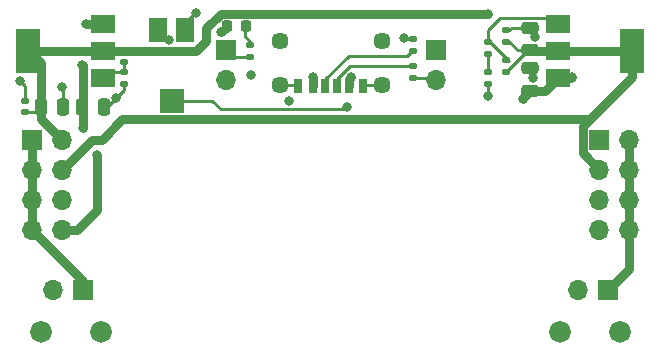
<source format=gbr>
%TF.GenerationSoftware,KiCad,Pcbnew,7.0.9*%
%TF.CreationDate,2023-12-23T11:39:29-07:00*%
%TF.ProjectId,Breadboard Power Supply,42726561-6462-46f6-9172-6420506f7765,v10*%
%TF.SameCoordinates,Original*%
%TF.FileFunction,Copper,L1,Top*%
%TF.FilePolarity,Positive*%
%FSLAX46Y46*%
G04 Gerber Fmt 4.6, Leading zero omitted, Abs format (unit mm)*
G04 Created by KiCad (PCBNEW 7.0.9) date 2023-12-23 11:39:29*
%MOMM*%
%LPD*%
G01*
G04 APERTURE LIST*
G04 Aperture macros list*
%AMRoundRect*
0 Rectangle with rounded corners*
0 $1 Rounding radius*
0 $2 $3 $4 $5 $6 $7 $8 $9 X,Y pos of 4 corners*
0 Add a 4 corners polygon primitive as box body*
4,1,4,$2,$3,$4,$5,$6,$7,$8,$9,$2,$3,0*
0 Add four circle primitives for the rounded corners*
1,1,$1+$1,$2,$3*
1,1,$1+$1,$4,$5*
1,1,$1+$1,$6,$7*
1,1,$1+$1,$8,$9*
0 Add four rect primitives between the rounded corners*
20,1,$1+$1,$2,$3,$4,$5,0*
20,1,$1+$1,$4,$5,$6,$7,0*
20,1,$1+$1,$6,$7,$8,$9,0*
20,1,$1+$1,$8,$9,$2,$3,0*%
G04 Aperture macros list end*
%TA.AperFunction,ComponentPad*%
%ADD10R,1.700000X1.700000*%
%TD*%
%TA.AperFunction,ComponentPad*%
%ADD11O,1.700000X1.700000*%
%TD*%
%TA.AperFunction,SMDPad,CuDef*%
%ADD12RoundRect,0.135000X-0.185000X0.135000X-0.185000X-0.135000X0.185000X-0.135000X0.185000X0.135000X0*%
%TD*%
%TA.AperFunction,SMDPad,CuDef*%
%ADD13RoundRect,0.218750X0.218750X0.256250X-0.218750X0.256250X-0.218750X-0.256250X0.218750X-0.256250X0*%
%TD*%
%TA.AperFunction,SMDPad,CuDef*%
%ADD14RoundRect,0.250000X0.475000X-0.250000X0.475000X0.250000X-0.475000X0.250000X-0.475000X-0.250000X0*%
%TD*%
%TA.AperFunction,SMDPad,CuDef*%
%ADD15RoundRect,0.140000X0.170000X-0.140000X0.170000X0.140000X-0.170000X0.140000X-0.170000X-0.140000X0*%
%TD*%
%TA.AperFunction,SMDPad,CuDef*%
%ADD16R,1.600000X2.000000*%
%TD*%
%TA.AperFunction,SMDPad,CuDef*%
%ADD17R,2.000000X2.000000*%
%TD*%
%TA.AperFunction,SMDPad,CuDef*%
%ADD18RoundRect,0.250000X-0.250000X-0.475000X0.250000X-0.475000X0.250000X0.475000X-0.250000X0.475000X0*%
%TD*%
%TA.AperFunction,SMDPad,CuDef*%
%ADD19R,0.700000X1.200000*%
%TD*%
%TA.AperFunction,SMDPad,CuDef*%
%ADD20R,0.760000X1.200000*%
%TD*%
%TA.AperFunction,SMDPad,CuDef*%
%ADD21R,0.800000X1.200000*%
%TD*%
%TA.AperFunction,ComponentPad*%
%ADD22C,1.450000*%
%TD*%
%TA.AperFunction,SMDPad,CuDef*%
%ADD23RoundRect,0.135000X0.185000X-0.135000X0.185000X0.135000X-0.185000X0.135000X-0.185000X-0.135000X0*%
%TD*%
%TA.AperFunction,SMDPad,CuDef*%
%ADD24R,2.000000X1.500000*%
%TD*%
%TA.AperFunction,SMDPad,CuDef*%
%ADD25R,2.000000X3.800000*%
%TD*%
%TA.AperFunction,ComponentPad*%
%ADD26C,1.830000*%
%TD*%
%TA.AperFunction,ViaPad*%
%ADD27C,0.800000*%
%TD*%
%TA.AperFunction,Conductor*%
%ADD28C,0.250000*%
%TD*%
%TA.AperFunction,Conductor*%
%ADD29C,0.750000*%
%TD*%
G04 APERTURE END LIST*
D10*
%TO.P,J4,1,Pin_1*%
%TO.N,+1V8*%
X151003000Y-86360000D03*
D11*
%TO.P,J4,2,Pin_2*%
%TO.N,/TOP_POWER_RAIL*%
X153543000Y-86360000D03*
%TO.P,J4,3,Pin_3*%
%TO.N,+3.3V*%
X151003000Y-88900000D03*
%TO.P,J4,4,Pin_4*%
%TO.N,/TOP_POWER_RAIL*%
X153543000Y-88900000D03*
%TO.P,J4,5,Pin_5*%
%TO.N,+5V*%
X151003000Y-91440000D03*
%TO.P,J4,6,Pin_6*%
%TO.N,/TOP_POWER_RAIL*%
X153543000Y-91440000D03*
%TO.P,J4,7,Pin_7*%
%TO.N,VCC*%
X151003000Y-93980000D03*
%TO.P,J4,8,Pin_8*%
%TO.N,/TOP_POWER_RAIL*%
X153543000Y-93980000D03*
%TD*%
D12*
%TO.P,R4,1*%
%TO.N,+1V8*%
X110744000Y-78738000D03*
%TO.P,R4,2*%
%TO.N,Net-(U1-ADJ)*%
X110744000Y-79758000D03*
%TD*%
D13*
%TO.P,D3,1,K*%
%TO.N,Net-(D3-K)*%
X121056500Y-76784250D03*
%TO.P,D3,2,A*%
%TO.N,+5V*%
X119481500Y-76784250D03*
%TD*%
D14*
%TO.P,C5,1*%
%TO.N,+3.3V*%
X145161000Y-78801000D03*
%TO.P,C5,2*%
%TO.N,GND*%
X145161000Y-76901000D03*
%TD*%
D12*
%TO.P,R3,1*%
%TO.N,Net-(D3-K)*%
X121412000Y-78357000D03*
%TO.P,R3,2*%
%TO.N,GND*%
X121412000Y-79377000D03*
%TD*%
D15*
%TO.P,C8,1*%
%TO.N,+1V8*%
X102362000Y-84046000D03*
%TO.P,C8,2*%
%TO.N,GND*%
X102362000Y-83086000D03*
%TD*%
%TO.P,C7,1*%
%TO.N,+3.3V*%
X143129000Y-78077000D03*
%TO.P,C7,2*%
%TO.N,GND*%
X143129000Y-77117000D03*
%TD*%
D16*
%TO.P,RV1,1,1*%
%TO.N,Net-(R10-Pad2)*%
X113601000Y-77058000D03*
D17*
%TO.P,RV1,2,2*%
%TO.N,Net-(U3-ADJ)*%
X114776000Y-83058000D03*
D16*
%TO.P,RV1,3,3*%
%TO.N,GND*%
X115951000Y-77058000D03*
%TD*%
D12*
%TO.P,R2,1*%
%TO.N,Net-(J1-CC1)*%
X135255000Y-80135000D03*
%TO.P,R2,2*%
%TO.N,GND*%
X135255000Y-81155000D03*
%TD*%
D18*
%TO.P,C4,1*%
%TO.N,+5V*%
X107193000Y-83566000D03*
%TO.P,C4,2*%
%TO.N,GND*%
X109093000Y-83566000D03*
%TD*%
D12*
%TO.P,R8,1*%
%TO.N,Net-(U2-ADJ)*%
X141605000Y-78103000D03*
%TO.P,R8,2*%
%TO.N,Net-(R7-Pad1)*%
X141605000Y-79123000D03*
%TD*%
%TO.P,R7,1*%
%TO.N,Net-(R7-Pad1)*%
X141605000Y-80643000D03*
%TO.P,R7,2*%
%TO.N,GND*%
X141605000Y-81663000D03*
%TD*%
D14*
%TO.P,C3,1*%
%TO.N,+5V*%
X145161000Y-82230000D03*
%TO.P,C3,2*%
%TO.N,GND*%
X145161000Y-80330000D03*
%TD*%
D19*
%TO.P,J1,A5,CC1*%
%TO.N,Net-(J1-CC1)*%
X128772000Y-81854000D03*
D20*
%TO.P,J1,A9,VBUS*%
%TO.N,+5V*%
X126752000Y-81854000D03*
D21*
%TO.P,J1,A12,GND*%
%TO.N,GND*%
X125522000Y-81854000D03*
D19*
%TO.P,J1,B5,CC2*%
%TO.N,Net-(J1-CC2)*%
X127772000Y-81854000D03*
D20*
%TO.P,J1,B9,VBUS*%
%TO.N,+5V*%
X129792000Y-81854000D03*
D21*
%TO.P,J1,B12,GND*%
%TO.N,GND*%
X131022000Y-81854000D03*
D22*
%TO.P,J1,MH1,MH1*%
X132592000Y-77974000D03*
%TO.P,J1,MH2,MH2*%
X123952000Y-77974000D03*
%TO.P,J1,MH3,MH3*%
X132592000Y-81774000D03*
%TO.P,J1,MH4,MH4*%
X123952000Y-81774000D03*
%TD*%
D10*
%TO.P,J5,1,Pin_1*%
%TO.N,/BOTTOM_POWER_RAIL*%
X102997000Y-86360000D03*
D11*
%TO.P,J5,2,Pin_2*%
%TO.N,+1V8*%
X105537000Y-86360000D03*
%TO.P,J5,3,Pin_3*%
%TO.N,/BOTTOM_POWER_RAIL*%
X102997000Y-88900000D03*
%TO.P,J5,4,Pin_4*%
%TO.N,+3.3V*%
X105537000Y-88900000D03*
%TO.P,J5,5,Pin_5*%
%TO.N,/BOTTOM_POWER_RAIL*%
X102997000Y-91440000D03*
%TO.P,J5,6,Pin_6*%
%TO.N,+5V*%
X105537000Y-91440000D03*
%TO.P,J5,7,Pin_7*%
%TO.N,/BOTTOM_POWER_RAIL*%
X102997000Y-93980000D03*
%TO.P,J5,8,Pin_8*%
%TO.N,VCC*%
X105537000Y-93980000D03*
%TD*%
D23*
%TO.P,R1,1*%
%TO.N,Net-(J1-CC2)*%
X135255000Y-78869000D03*
%TO.P,R1,2*%
%TO.N,GND*%
X135255000Y-77849000D03*
%TD*%
D12*
%TO.P,R6,1*%
%TO.N,Net-(U1-ADJ)*%
X110744000Y-80643000D03*
%TO.P,R6,2*%
%TO.N,GND*%
X110744000Y-81663000D03*
%TD*%
D23*
%TO.P,R5,1*%
%TO.N,+3.3V*%
X143129000Y-80649000D03*
%TO.P,R5,2*%
%TO.N,Net-(U2-ADJ)*%
X143129000Y-79629000D03*
%TD*%
D24*
%TO.P,U2,1,ADJ*%
%TO.N,Net-(U2-ADJ)*%
X147472000Y-76567000D03*
%TO.P,U2,2,VO*%
%TO.N,+3.3V*%
X147472000Y-78867000D03*
D25*
X153772000Y-78867000D03*
D24*
%TO.P,U2,3,VI*%
%TO.N,+5V*%
X147472000Y-81167000D03*
%TD*%
D26*
%TO.P,TP1,1,1*%
%TO.N,GND*%
X103759000Y-102638000D03*
%TO.P,TP1,2,2*%
X108839000Y-102638000D03*
%TD*%
%TO.P,TP4,1,1*%
%TO.N,GND*%
X147701000Y-102638000D03*
%TO.P,TP4,2,2*%
X152781000Y-102638000D03*
%TD*%
D18*
%TO.P,C6,1*%
%TO.N,+1V8*%
X103698000Y-83566000D03*
%TO.P,C6,2*%
%TO.N,GND*%
X105598000Y-83566000D03*
%TD*%
D24*
%TO.P,U1,1,ADJ*%
%TO.N,Net-(U1-ADJ)*%
X108941000Y-81167000D03*
%TO.P,U1,2,VO*%
%TO.N,+1V8*%
X108941000Y-78867000D03*
D25*
X102641000Y-78867000D03*
D24*
%TO.P,U1,3,VI*%
%TO.N,+5V*%
X108941000Y-76567000D03*
%TD*%
D10*
%TO.P,J10,1,Pin_1*%
%TO.N,GND*%
X119380000Y-78740000D03*
D11*
%TO.P,J10,2,Pin_2*%
X119380000Y-81280000D03*
%TD*%
D10*
%TO.P,J8,1,Pin_1*%
%TO.N,/TOP_POWER_RAIL*%
X151765000Y-99060000D03*
D11*
%TO.P,J8,2,Pin_2*%
%TO.N,GND*%
X149225000Y-99060000D03*
%TD*%
D10*
%TO.P,J11,1,Pin_1*%
%TO.N,GND*%
X137160000Y-78740000D03*
D11*
%TO.P,J11,2,Pin_2*%
X137160000Y-81280000D03*
%TD*%
D10*
%TO.P,J9,1,Pin_1*%
%TO.N,/BOTTOM_POWER_RAIL*%
X107315000Y-99060000D03*
D11*
%TO.P,J9,2,Pin_2*%
%TO.N,GND*%
X104775000Y-99060000D03*
%TD*%
D27*
%TO.N,GND*%
X121539000Y-80899000D03*
X145542000Y-77701500D03*
X105537000Y-81915000D03*
X141605000Y-82677000D03*
X145415000Y-81130500D03*
X101981000Y-81407000D03*
X116840000Y-75645462D03*
X134493000Y-77724000D03*
X110045500Y-82867500D03*
%TO.N,+1V8*%
X141605000Y-75692000D03*
%TO.N,+5V*%
X118999000Y-77290498D03*
X107315000Y-85344000D03*
X148717000Y-81026000D03*
X124714000Y-83058000D03*
X107188000Y-80010000D03*
X144526000Y-82931000D03*
X130001171Y-81039428D03*
X107569000Y-76581000D03*
X126752000Y-81026000D03*
%TO.N,VCC*%
X108458000Y-87630000D03*
%TO.N,Net-(R10-Pad2)*%
X114551498Y-77892500D03*
%TO.N,Net-(U3-ADJ)*%
X129619502Y-83607500D03*
%TD*%
D28*
%TO.N,GND*%
X105598000Y-81976000D02*
X105537000Y-81915000D01*
X135255000Y-81155000D02*
X137035000Y-81155000D01*
X145161000Y-77320500D02*
X145161000Y-76901000D01*
X120017000Y-79377000D02*
X119380000Y-78740000D01*
X145161000Y-77195609D02*
X145161000Y-76901000D01*
X121412000Y-79377000D02*
X120017000Y-79377000D01*
X101981000Y-81407000D02*
X102362000Y-81788000D01*
X109347000Y-83566000D02*
X109093000Y-83566000D01*
X102362000Y-81788000D02*
X102362000Y-83086000D01*
X105598000Y-83566000D02*
X105598000Y-81976000D01*
X131020000Y-81768000D02*
X132510000Y-81768000D01*
X145161000Y-80876500D02*
X145415000Y-81130500D01*
X134618000Y-77849000D02*
X134493000Y-77724000D01*
X135255000Y-77849000D02*
X134618000Y-77849000D01*
X116840000Y-75645462D02*
X116759538Y-75645462D01*
X141605000Y-82677000D02*
X141605000Y-81663000D01*
X110045500Y-82867500D02*
X110744000Y-82169000D01*
X137035000Y-81155000D02*
X137160000Y-81280000D01*
X145161000Y-76901000D02*
X143599000Y-76901000D01*
X145542000Y-77701500D02*
X145161000Y-77320500D01*
X125520000Y-81768000D02*
X124030000Y-81768000D01*
X145161000Y-80330000D02*
X145161000Y-80876500D01*
X110045500Y-82867500D02*
X109347000Y-83566000D01*
X143599000Y-76901000D02*
X143383000Y-77117000D01*
X116759538Y-75645462D02*
X115395000Y-77010000D01*
X110744000Y-82169000D02*
X110744000Y-81663000D01*
D29*
%TO.N,+3.3V*%
X108077000Y-86360000D02*
X108888000Y-86360000D01*
D28*
X144107000Y-78801000D02*
X143383000Y-78077000D01*
D29*
X150114000Y-84709000D02*
X149578000Y-85245000D01*
X149578000Y-85245000D02*
X149578000Y-87475000D01*
X105537000Y-88900000D02*
X108077000Y-86360000D01*
X153772000Y-81051000D02*
X150114000Y-84709000D01*
X150038000Y-84633000D02*
X150114000Y-84709000D01*
X147472000Y-78867000D02*
X145227000Y-78867000D01*
X147472000Y-78867000D02*
X153772000Y-78867000D01*
D28*
X145161000Y-78801000D02*
X144107000Y-78801000D01*
D29*
X153772000Y-78867000D02*
X153772000Y-81051000D01*
X149578000Y-87475000D02*
X151003000Y-88900000D01*
X108888000Y-86360000D02*
X110615000Y-84633000D01*
X110615000Y-84633000D02*
X150038000Y-84633000D01*
D28*
X143129000Y-80649000D02*
X144977000Y-78801000D01*
X144977000Y-78801000D02*
X145161000Y-78801000D01*
D29*
%TO.N,/TOP_POWER_RAIL*%
X153543000Y-86360000D02*
X153543000Y-88900000D01*
X153543000Y-93980000D02*
X153543000Y-97282000D01*
X153543000Y-88900000D02*
X153543000Y-91440000D01*
X153543000Y-91440000D02*
X153543000Y-93980000D01*
X153543000Y-97282000D02*
X151765000Y-99060000D01*
%TO.N,/BOTTOM_POWER_RAIL*%
X102997000Y-88900000D02*
X102997000Y-91440000D01*
X107315000Y-99060000D02*
X107315000Y-98298000D01*
X107315000Y-98298000D02*
X102997000Y-93980000D01*
X102997000Y-86360000D02*
X102997000Y-88900000D01*
X102997000Y-91440000D02*
X102997000Y-93980000D01*
D28*
%TO.N,Net-(J1-CC1)*%
X135255000Y-80135000D02*
X129881000Y-80135000D01*
X129881000Y-80135000D02*
X128772000Y-81244000D01*
X128772000Y-81244000D02*
X128772000Y-81854000D01*
%TO.N,Net-(J1-CC2)*%
X127772000Y-81254000D02*
X127772000Y-81854000D01*
X129776000Y-79250000D02*
X127772000Y-81254000D01*
X134747000Y-79250000D02*
X129776000Y-79250000D01*
X135128000Y-78869000D02*
X134747000Y-79250000D01*
X135255000Y-78869000D02*
X135128000Y-78869000D01*
D29*
%TO.N,+1V8*%
X118976218Y-75692000D02*
X117729000Y-76939218D01*
X116840000Y-78867000D02*
X109068000Y-78867000D01*
D28*
X102362000Y-84046000D02*
X103218000Y-84046000D01*
D29*
X106594500Y-78867000D02*
X108941000Y-78867000D01*
X117729000Y-76939218D02*
X117729000Y-77978000D01*
X103759000Y-84582000D02*
X105537000Y-86360000D01*
X103759000Y-79858000D02*
X103759000Y-84582000D01*
X106594500Y-78867000D02*
X102641000Y-78867000D01*
X117729000Y-77978000D02*
X116840000Y-78867000D01*
D28*
X103218000Y-84046000D02*
X103698000Y-83566000D01*
D29*
X141605000Y-75692000D02*
X118976218Y-75692000D01*
X102768000Y-78867000D02*
X103759000Y-79858000D01*
%TO.N,+5V*%
X147472000Y-81167000D02*
X148576000Y-81167000D01*
X144526000Y-82931000D02*
X144526000Y-82865000D01*
X130001171Y-81039428D02*
X129792000Y-81248599D01*
X146409000Y-82230000D02*
X147472000Y-81167000D01*
X107583000Y-76567000D02*
X107569000Y-76581000D01*
X144526000Y-82865000D02*
X145161000Y-82230000D01*
X148576000Y-81167000D02*
X148717000Y-81026000D01*
X119481500Y-76784250D02*
X119481500Y-76807998D01*
X108941000Y-76567000D02*
X107583000Y-76567000D01*
X126752000Y-81026000D02*
X126752000Y-81854000D01*
X107315000Y-85344000D02*
X107315000Y-80010000D01*
X129792000Y-81248599D02*
X129792000Y-81854000D01*
X145161000Y-82230000D02*
X146409000Y-82230000D01*
X119481500Y-76807998D02*
X118999000Y-77290498D01*
D28*
%TO.N,Net-(D3-K)*%
X121031000Y-76809750D02*
X121056500Y-76784250D01*
X121031000Y-77671250D02*
X121031000Y-76809750D01*
X121412000Y-78052250D02*
X121412000Y-78357000D01*
X121412000Y-78052250D02*
X121031000Y-77671250D01*
D29*
%TO.N,VCC*%
X108458000Y-92329000D02*
X106807000Y-93980000D01*
X106807000Y-93980000D02*
X105537000Y-93980000D01*
X108458000Y-87630000D02*
X108458000Y-92329000D01*
D28*
%TO.N,Net-(U1-ADJ)*%
X110744000Y-80643000D02*
X109465000Y-80643000D01*
X110744000Y-79758000D02*
X110744000Y-80643000D01*
X109465000Y-80643000D02*
X108941000Y-81167000D01*
%TO.N,Net-(U2-ADJ)*%
X143336340Y-79675660D02*
X141605000Y-77944320D01*
X142618000Y-76076000D02*
X146981000Y-76076000D01*
X141605000Y-77089000D02*
X142618000Y-76076000D01*
X146981000Y-76076000D02*
X147472000Y-76567000D01*
X141605000Y-77944320D02*
X141605000Y-77089000D01*
%TO.N,Net-(R7-Pad1)*%
X141605000Y-79123000D02*
X141605000Y-80643000D01*
%TO.N,Net-(R10-Pad2)*%
X114551498Y-77892500D02*
X113716998Y-77058000D01*
%TO.N,Net-(U3-ADJ)*%
X129444002Y-83783000D02*
X118920500Y-83783000D01*
X129619502Y-83607500D02*
X129444002Y-83783000D01*
X118920500Y-83783000D02*
X118195500Y-83058000D01*
X118195500Y-83058000D02*
X113919000Y-83058000D01*
%TD*%
M02*

</source>
